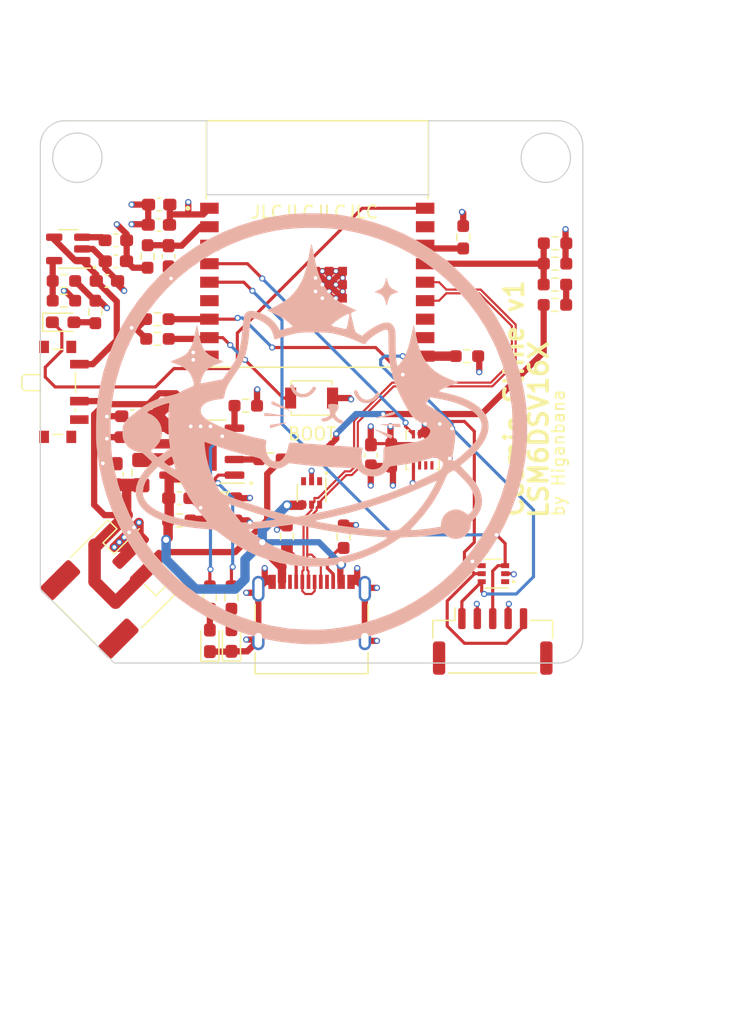
<source format=kicad_pcb>
(kicad_pcb (version 20221018) (generator pcbnew)
  (layers (0 "F.Cu" signal) (1 "In1.Cu" power) (2 "In2.Cu" power) (31 "B.Cu" signal) (34 "B.Paste" user) (35 "F.Paste" user) (36 "B.SilkS" user "B.Silkscreen") (37 "F.SilkS" user "F.Silkscreen") (38 "B.Mask" user) (39 "F.Mask" user) (44 "Edge.Cuts" user))
  (net 0 "")
  (net 1 "Net-(C1-Pad1)")
  (net 2 "GND")
  (net 3 "+5V")
  (net 4 "VCC")
  (net 5 "+3V3")
  (net 6 "Net-(U4-BAT)")
  (net 7 "+BATT")
  (net 10 "/EN")
  (net 11 "STATUS_LED")
  (net 12 "Net-(D1-A)")
  (net 13 "Net-(D2-A)")
  (net 14 "Net-(D3-A)")
  (net 15 "SCL")
  (net 16 "LSM_INT_AUX")
  (net 17 "SDA")
  (net 18 "USB_D+")
  (net 19 "USB_D-")
  (net 20 "Net-(J3-CC1)")
  (net 23 "Net-(J3-CC2)")
  (net 24 "Net-(U3-SW)")
  (net 25 "Net-(U4-SW)")
  (net 26 "CHARGING_LED")
  (net 27 "CHARGED_LED")
  (net 28 "Net-(R7-Pad1)")
  (net 29 "ADC")
  (net 30 "Net-(U4-NTC)")
  (net 31 "Net-(U4-TEST)")
  (net 32 "Net-(U4-ICHG)")
  (net 33 "Net-(U3-FB)")
  (net 34 "/BOOT")
  (net 35 "/GPIO2")
  (net 36 "LSM_INT_MAIN")
  (footprint "CosmicLSM_Footprints:SOT-363_SC-70-6" (layer "F.Cu") (at 147 95.2 -90)
    (fp_text reference "U2" hide)
    (fp_text value "SMF05CT1G" hide)
  )
  (footprint "CosmicLSM_Footprints:C_0603_1608Metric_Pad1.08x0.95mm_HandSolder" (layer "F.Cu") (at 151.8125 92.15 -90)
    (fp_text reference "C8" hide)
    (fp_text value "100n" hide)
  )
  (footprint "CosmicLSM_Footprints:R_0603_1608Metric_Pad0.98x0.95mm_HandSolder" (layer "F.Cu") (at 126.9125 78 180)
    (fp_text reference "R14" hide)
    (fp_text value "680k" hide)
  )
  (footprint "CosmicLSM_Footprints:R_0603_1608Metric_Pad0.98x0.95mm_HandSolder" (layer "F.Cu") (at 141.6625 88.125 180)
    (fp_text reference "R9" hide)
    (fp_text value "51k" hide)
  )
  (footprint "CosmicLSM_Footprints:R_0603_1608Metric_Pad0.98x0.95mm_HandSolder" (layer "F.Cu") (at 132.4125 90.675)
    (fp_text reference "R13" hide)
    (fp_text value "91k" hide)
  )
  (footprint "CosmicLSM_Footprints:JST_GH_SM05B-GHS-TB_1x05-1MP_P1.25mm_Horizontal" (layer "F.Cu") (at 161.691949 107.25)
    (fp_text reference "J2" hide)
    (fp_text value "JST GH" hide)
  )
  (footprint "CosmicLSM_Footprints:R_0603_1608Metric_Pad0.98x0.95mm_HandSolder" (layer "F.Cu") (at 149.6 98.75 -90)
    (fp_text reference "R5" hide)
    (fp_text value "5k1" hide)
  )
  (footprint "CosmicLSM_Footprints:LED_0603_1608Metric_Pad1.05x0.95mm_HandSolder" (layer "F.Cu") (at 140.5 107.175 90)
    (fp_text reference "D2" hide)
    (fp_text value "RED" hide)
  )
  (footprint "CosmicLSM_Footprints:R_0603_1608Metric_Pad0.98x0.95mm_HandSolder" (layer "F.Cu") (at 166.75 74.94 180)
    (fp_text reference "R11" hide)
    (fp_text value "150k" hide)
  )
  (footprint "CosmicLSM_Footprints:SW_SPST_B3U-1000P" (layer "F.Cu") (at 147 87.5)
    (fp_text reference "SW2" hide)
    (fp_text value "SW_SPST" hide)
  )
  (footprint "CosmicLSM_Footprints:C_0603_1608Metric_Pad1.08x0.95mm_HandSolder" (layer "F.Cu") (at 139.975 95.625)
    (fp_text reference "C4" hide)
    (fp_text value "22u" hide)
  )
  (footprint "CosmicLSM_Footprints:L_0603_1608Metric_Pad1.05x0.95mm_HandSolder" (layer "F.Cu") (at 131.125 74.7)
    (fp_text reference "L1" hide)
    (fp_text value "2u2" hide)
  )
  (footprint "CosmicLSM_Footprints:JST_PH_S2B-PH-SM4-TB_1x02-1MP_P2.00mm_Horizontal" (layer "F.Cu") (at 131.019417 102.6 -45)
    (fp_text reference "J1" hide)
    (fp_text value "BAT" hide)
  )
  (footprint "CosmicLSM_Footprints:C_0603_1608Metric_Pad1.08x0.95mm_HandSolder" (layer "F.Cu") (at 134.6125 73.45 180)
    (fp_text reference "C11" hide)
    (fp_text value "1u" hide)
  )
  (footprint "CosmicLSM_Footprints:C_0603_1608Metric_Pad1.08x0.95mm_HandSolder" (layer "F.Cu") (at 139.9875 97.425)
    (fp_text reference "C1" hide)
    (fp_text value "10u" hide)
  )
  (footprint "CosmicLSM_Footprints:USB_C_Receptacle_XKB_U262-16XN-4BVC11" (layer "F.Cu") (at 147 106.085)
    (fp_text reference "J3" hide)
    (fp_text value "USB_C_Receptacle_USB2.0" hide)
  )
  (footprint "CosmicLSM_Footprints:C_0603_1608Metric_Pad1.08x0.95mm_HandSolder" (layer "F.Cu") (at 134.6375 71.8 180)
    (fp_text reference "C10" hide)
    (fp_text value "100n" hide)
  )
  (footprint "CosmicLSM_Footprints:MODULE_ESP32-C3-WROOM-02-H4" (layer "F.Cu") (at 147.4625 75)
    (fp_text reference "U6")
    (fp_text value "ESP32-C3-WROOM-02-N4" hide)
  )
  (footprint "CosmicLSM_Footprints:C_0603_1608Metric_Pad1.08x0.95mm_HandSolder" (layer "F.Cu") (at 135.4 76 -90)
    (fp_text reference "C12" hide)
    (fp_text value "1u" hide)
  )
  (footprint "CosmicLSM_Footprints:R_0603_1608Metric_Pad0.98x0.95mm_HandSolder" (layer "F.Cu") (at 143.6625 92.475 180)
    (fp_text reference "R12" hide)
    (fp_text value "1k" hide)
  )
  (footprint "CosmicLSM_Footprints:R_0603_1608Metric_Pad0.98x0.95mm_HandSolder" (layer "F.Cu") (at 138.75 103.6875 -90)
    (fp_text reference "R3" hide)
    (fp_text value "1k" hide)
  )
  (footprint "CosmicLSM_Footprints:R_0603_1608Metric_Pad0.98x0.95mm_HandSolder" (layer "F.Cu") (at 136.275 97.425)
    (fp_text reference "R6" hide)
    (fp_text value "2r" hide)
  )
  (footprint "CosmicLSM_Footprints:C_0603_1608Metric_Pad1.08x0.95mm_HandSolder" (layer "F.Cu") (at 136.275 95.625)
    (fp_text reference "C2" hide)
    (fp_text value "10u" hide)
  )
  (footprint "CosmicLSM_Footprints:LED_0603_1608Metric_Pad1.05x0.95mm_HandSolder" (layer "F.Cu") (at 126.85 81.35)
    (fp_text reference "D1" hide)
    (fp_text value "WHITE" hide)
  )
  (footprint "CosmicLSM_Footprints:R_0603_1608Metric_Pad0.98x0.95mm_HandSolder" (layer "F.Cu") (at 145 98.75 -90)
    (fp_text reference "R4" hide)
    (fp_text value "5k1" hide)
  )
  (footprint "CosmicLSM_Footprints:C_0603_1608Metric_Pad1.08x0.95mm_HandSolder" (layer "F.Cu") (at 131.125 76.4 180)
    (fp_text reference "C5" hide)
    (fp_text value "10u" hide)
  )
  (footprint "CosmicLSM_Footprints:HSOP-8-1EP_3.9x4.9mm_P1.27mm_EP2.41x3.1mm" (layer "F.Cu") (at 138.1 91.85 180)
    (fp_text reference "U4" hide)
    (fp_text value "IP2312" hide)
  )
  (footprint "CosmicLSM_Footprints:SOT-23-5" (layer "F.Cu") (at 127.2625 75.4 180)
    (fp_text reference "U3" hide)
    (fp_text value "M3406" hide)
  )
  (footprint "CosmicLSM_Footprints:SW_SPDT_PCM12" (layer "F.Cu") (at 126.73 87 -90)
    (fp_text reference "SW1" hide)
    (fp_text value "SW_SPDT" hide)
  )
  (footprint "CosmicLSM_Footprints:Bosch_LGA-14_3x2.5mm_P0.5mm" (layer "F.Cu") (at 156.0125 91.7 -90)
    (fp_text reference "U5" hide)
    (fp_text value "LSM6DSV" hide)
  )
  (footprint "CosmicLSM_Footprints:R_0603_1608Metric_Pad0.98x0.95mm_HandSolder" (layer "F.Cu") (at 136.0625 88.075 180)
    (fp_text reference "R16" hide)
    (fp_text value "0r5" hide)
  )
  (footprint "CosmicLSM_Footprints:R_0603_1608Metric_Pad0.98x0.95mm_HandSolder" (layer "F.Cu") (at 159.6 84.1 180)
    (fp_text reference "R20" hide)
    (fp_text value "5k1" hide)
  )
  (footprint "CosmicLSM_Footprints:R_0603_1608Metric_Pad0.98x0.95mm_HandSolder" (layer "F.Cu") (at 140.5 103.6875 -90)
    (fp_text reference "R2" hide)
    (fp_text value "1k" hide)
  )
  (footprint "CosmicLSM_Footprints:SOT-363_SC-70-6" (layer "F.Cu") (at 161.75 101.75 180)
    (fp_text reference "U1" hide)
    (fp_text value "SMF05CT1G" hide)
  )
  (footprint "CosmicLSM_Footprints:R_0603_1608Metric_Pad0.98x0.95mm_HandSolder" (layer "F.Cu") (at 166.7375 79.94 180)
    (fp_text reference "R7" hide)
    (fp_text value "150k" hide)
  )
  (footprint "CosmicLSM_Footprints:R_0603_1608Metric_Pad0.98x0.95mm_HandSolder" (layer "F.Cu") (at 134.4875 81.1)
    (fp_text reference "R19" hide)
    (fp_text value "5k1" hide)
  )
  (footprint "CosmicLSM_Footprints:R_0603_1608Metric_Pad0.98x0.95mm_HandSolder" (layer "F.Cu") (at 133.7 76.0125 90)
    (fp_text reference "R21" hide)
    (fp_text value "5k1" hide)
  )
  (footprint "CosmicLSM_Footprints:L_0805_2012Metric_Pad1.15x1.40mm_HandSolder" (layer "F.Cu") (at 133.15 93.55 -90)
    (fp_text reference "L2" hide)
    (fp_text value "1uH" hide)
  )
  (footprint "CosmicLSM_Footprints:C_0603_1608Metric_Pad1.08x0.95mm_HandSolder" (layer "F.Cu") (at 153.4625 92.15 -90)
    (fp_text reference "C9" hide)
    (fp_text value "100n" hide)
  )
  (footprint "CosmicLSM_Footprints:C_0603_1608Metric_Pad1.08x0.95mm_HandSolder" (layer "F.Cu") (at 131.2 93.6875 90)
    (fp_text reference "C7" hide)
    (fp_text value "22u" hide)
  )
  (footprint "CosmicLSM_Footprints:R_0603_1608Metric_Pad0.98x0.95mm_HandSolder" (layer "F.Cu") (at 126.9125 79.6)
    (fp_text reference "R15" hide)
    (fp_text value "150k" hide)
  )
  (footprint "CosmicLSM_Footprints:R_0603_1608Metric_Pad0.98x0.95mm_HandSolder" (layer "F.Cu") (at 166.7375 78.29)
    (fp_text reference "R8" hide)
    (fp_text value "150k" hide)
  )
  (footprint "CosmicLSM_Footprints:R_0603_1608Metric_Pad0.98x0.95mm_HandSolder" (layer "F.Cu") (at 159.3 74.45 90)
    (fp_text reference "R18" hide)
    (fp_text value "5k1" hide)
  )
  (footprint "CosmicLSM_Footprints:R_0603_1608Metric_Pad0.98x0.95mm_HandSolder" (layer "F.Cu") (at 166.75 76.6 180)
    (fp_text reference "R10" hide)
    (fp_text value "150k" hide)
  )
  (footprint "CosmicLSM_Footprints:R_0603_1608Metric_Pad0.98x0.95mm_HandSolder" (layer "F.Cu") (at 134.5 82.7 180)
    (fp_text reference "R17" hide)
    (fp_text value "5k1" hide)
  )
  (footprint "CosmicLSM_Footprints:LED_0603_1608Metric_Pad1.05x0.95mm_HandSolder" (layer "F.Cu") (at 138.75 107.2 90)
    (fp_text reference "D3" hide)
    (fp_text value "GREEN" hide)
  )
  (footprint "CosmicLSM_Footprints:C_0603_1608Metric_Pad1.08x0.95mm_HandSolder" (layer "F.Cu") (at 130.4 78)
    (fp_text reference "C3" hide)
    (fp_text value "4u7" hide)
  )
  (footprint "CosmicLSM_Footprints:R_0603_1608Metric_Pad0.98x0.95mm_HandSolder" (layer "F.Cu") (at 129.4625 80.5125 -90)
    (fp_text reference "R1" hide)
    (fp_text value "1k" hide)
  )
  (footprint "CosmicLSM_Footprints:C_0603_1608Metric_Pad1.08x0.95mm_HandSolder" (layer "F.Cu") (at 132.4625 88.975 180)
    (fp_text reference "C6" hide)
    (fp_text value "22u" hide)
  )
  (footprint "CosmicLSM_Footprints:LunaFP" (layer "B.Cu") (at 147.035469 89.970539 180)
    (fp_text reference "G***" hide)
    (fp_text value "LOGO" hide)
  )
  (gr_circle (center 157.4 89.1) (end 157.5 89.1) (stroke (width 0.1)) (fill solid) (layer "F.SilkS"))
  (gr_circle (center 129.4 76.9) (end 129.5 76.9) (stroke (width 0.1)) (fill solid) (layer "F.SilkS"))
  (gr_circle (center 142.1 94.4) (end 142.2 94.4) (stroke (width 0.1)) (fill solid) (layer "F.SilkS"))
  (gr_circle (center 163.4 102.4) (end 163.5 102.4) (stroke (width 0.1)) (fill solid) (layer "F.SilkS"))
  (gr_circle (center 148.2 93.6) (end 148.3 93.6) (stroke (width 0.1)) (fill solid) (layer "F.SilkS"))
  (gr_line (start 156.5 71) (end 156.5 65) (stroke (width 0.1)) (layer "Edge.Cuts"))
  (gr_line (start 131 109) (end 125 103) (stroke (width 0.1)) (layer "Edge.Cuts"))
  (gr_circle (center 128 68) (end 129.6 69.2) (stroke (width 0.1)) (fill none) (layer "Edge.Cuts"))
  (gr_line (start 127 65) (end 138.5 65) (stroke (width 0.1)) (layer "Edge.Cuts"))
  (gr_line (start 156.5 65) (end 167 65) (stroke (width 0.1)) (layer "Edge.Cuts"))
  (gr_line (start 138.5 65) (end 138.5 71) (stroke (width 0.1)) (layer "Edge.Cuts"))
  (gr_circle (center 166 68) (end 167.6 69.2) (stroke (width 0.1)) (fill none) (layer "Edge.Cuts"))
  (gr_line (start 167 109) (end 131 109) (stroke (width 0.1)) (layer "Edge.Cuts"))
  (gr_line (start 169 67) (end 169 107) (stroke (width 0.1)) (layer "Edge.Cuts"))
  (gr_arc (start 125 67) (mid 125.585786 65.585786) (end 127 65) (stroke (width 0.1)) (layer "Edge.Cuts"))
  (gr_arc (start 169 107) (mid 168.414214 108.414214) (end 167 109) (stroke (width 0.1)) (layer "Edge.Cuts"))
  (gr_line (start 125 103) (end 125 67) (stroke (width 0.1)) (layer "Edge.Cuts"))
  (gr_arc (start 167 65) (mid 168.414214 65.585786) (end 169 67) (stroke (width 0.1)) (layer "Edge.Cuts"))
  (gr_line (start 138.5 71) (end 156.5 71) (stroke (width 0.1)) (layer "Edge.Cuts"))
  (gr_text "by Higanbana" (at 167.6 97.2 90) (layer "F.SilkS") (effects (font (size 1 1)) (justify left bottom)))
  (gr_text "X" (at 139.4 96.2) (layer "F.SilkS") (effects (font (size 1 1)) (justify left bottom)))
  (gr_text "LSM6DSV16X" (at 166.3 97.4 90) (layer "F.SilkS") (effects (font (size 1.5 1.5) (thickness 0.3) bold) (justify left bottom)))
  (gr_text "BOOT" (at 145 91) (layer "F.SilkS") (effects (font (size 1 1)) (justify left bottom)))
  (gr_text "Cosmic Slime v1" (at 164.3 97.3 90) (layer "F.SilkS") (effects (font (size 1.5 1.5) (thickness 0.3) bold) (justify left bottom)))
  (gr_text "JLCJLCJLCJLC" (at 142 73) (layer "F.SilkS") (effects (font (size 1 1)) (justify left bottom)))
  (segment (start 137.1875 97.425) (end 139.125 97.425) (width 0.762) (layer "F.Cu") (net 1))
  (segment (start 151.4 102.9) (end 151.32 102.98) (width 0.508) (layer "F.Cu") (net 2))
  (segment (start 138 89.8) (end 138 91.75) (width 0.508) (layer "F.Cu") (net 2))
  (segment (start 131.649926 99.2) (end 132.327565 99.877639) (width 0.762) (layer "F.Cu") (net 2))
  (segment (start 140.8375 95.625) (end 141.975 95.625) (width 0.508) (layer "F.Cu") (net 2))
  (segment (start 156.2 90.375) (end 156.2625 90.4375) (width 0.508) (layer "F.Cu") (net 2))
  (segment (start 132.6 99.605204) (end 132.327565 99.877639) (width 0.762) (layer "F.Cu") (net 2))
  (segment (start 137.225 95.625) (end 138 96.4) (width 0.508) (layer "F.Cu") (net 2))
  (segment (start 152.3 102.9) (end 151.4 102.9) (width 0.508) (layer "F.Cu") (net 2))
  (segment (start 147.3225 77.2) (end 149.5225 77.2) (width 0.508) (layer "F.Cu") (net 2))
  (segment (start 141.975 95.625) (end 142 95.6) (width 0.508) (layer "F.Cu") (net 2))
  (segment (start 155 92.2) (end 154.275 92.2) (width 0.254) (layer "F.Cu") (net 2))
  (segment (start 149.5225 77.2) (end 147.3225 79.4) (width 0.508) (layer "F.Cu") (net 2))
  (segment (start 153.6 94.6) (end 153.6 93.15) (width 0.508) (layer "F.Cu") (net 2))
  (segment (start 142.575 88.125) (end 142.575 86.825) (width 0.508) (layer "F.Cu") (net 2))
  (segment (start 130.2625 77) (end 131.2625 78) (width 0.508) (layer "F.Cu") (net 2))
  (segment (start 131.6 88.975) (end 130.425 88.975) (width 0.508) (layer "F.Cu") (net 2))
  (segment (start 143.2 101.965) (end 143.65 102.415) (width 0.508) (layer "F.Cu") (net 2))
  (segment (start 141.7 107.1) (end 142.62 107.1) (width 0.508) (layer "F.Cu") (net 2))
  (segment (start 133.7 73.4) (end 133.75 73.45) (width 0.508) (layer "F.Cu") (net 2))
  (segment (start 162.7 101.75) (end 163.35 101.75) (width 0.254) (layer "F.Cu") (net 2))
  (segment (start 137.2 89.8) (end 138.8 89.8) (width 0.508) (layer "F.Cu") (net 2))
  (segment (start 138.8 91.15) (end 138.1 91.85) (width 0.508) (layer "F.Cu") (net 2))
  (segment (start 137.7 84.1) (end 137.4 83.8) (width 0.762) (layer "F.Cu") (net 2))
  (segment (start 133.75 73.45) (end 133.75 71.825) (width 0.508) (layer "F.Cu") (net 2))
  (segment (start 135.4 77.6) (end 135.6 77.8) (width 0.508) (layer "F.Cu") (net 2))
  (segment (start 133 97.6) (end 133 99.205204) (width 0.762) (layer "F.Cu") (net 2))
  (segment (start 145 97.8375) (end 144.537712 97.8375) (width 0.381) (layer "F.Cu") (net 2))
  (segment (start 143.65 102.415) (end 143.245 102.415) (width 0.508) (layer "F.Cu") (net 2))
  (segment (start 150.755 102.415) (end 151.32 102.98) (width 0.508) (layer "F.Cu") (net 2))
  (segment (start 138 91.75) (end 138.1 91.85) (width 0.508) (layer "F.Cu") (net 2))
  (segment (start 160.441949 105.455402) (end 160.441949 104.241949) (width 0.254) (layer "F.Cu") (net 2))
  (segment (start 131 99.6) (end 132.049926 99.6) (width 0.762) (layer "F.Cu") (net 2))
  (segment (start 151.8125 93.0125) (end 153.4625 93.0125) (width 0.508) (layer "F.Cu") (net 2))
  (segment (start 142.36 103.3) (end 142.68 102.98) (width 0.508) (layer "F.Cu") (net 2))
  (segment (start 160.441949 104.241949) (end 160.4 104.2) (width 0.254) (layer "F.Cu") (net 2))
  (segment (start 151.8 93.025) (end 151.8125 93.0125) (width 0.508) (layer "F.Cu") (net 2))
  (segment (start 131.2625 78) (end 131.2625 78.2625) (width 0.508) (layer "F.Cu") (net 2))
  (segment (start 154.275 92.2) (end 153.4625 93.0125) (width 0.254) (layer "F.Cu") (net 2))
  (segment (start 130.2625 76.4) (end 130.2625 77) (width 0.508) (layer "F.Cu") (net 2))
  (segment (start 137.2 90.95) (end 138.1 91.85) (width 0.508) (layer "F.Cu") (net 2))
  (segment (start 138.8 89.8) (end 138.8 90.2) (width 0.508) (layer "F.Cu") (net 2))
  (segment (start 131.8 99.350074) (end 132.327565 99.877639) (width 0.762) (layer "F.Cu") (net 2))
  (segment (start 150.7 102.065) (end 150.35 102.415) (width 0.508) (layer "F.Cu") (net 2))
  (segment (start 155 92.2) (end 155 91.7) (width 0.254) (layer "F.Cu") (net 2))
  (segment (start 135.4 76.8625) (end 135.4 77.6) (width 0.508) (layer "F.Cu") (net 2))
  (segment (start 128.4 75.4) (end 129.2625 75.4) (width 0.508) (layer "F.Cu") (net 2))
  (segment (start 147.3225 78.3) (end 149.5225 78.3) (width 0.508) (layer "F.Cu") (net 2))
  (segment (start 167.6 76.5375) (end 167.6625 76.6) (width 0.508) (layer "F.Cu") (net 2))
  (segment (start 150.1 87.5) (end 150.2 87.6) (width 0.508) (layer "F.Cu") (net 2))
  (segment (start 142.62 107.1) (end 142.68 107.16) (width 0.508) (layer "F.Cu") (net 2))
  (segment (start 140.5 108.05) (end 141.79 108.05) (width 0.508) (layer "F.Cu") (net 2))
  (segment (start 140.85 97.425) (end 141.825 97.425) (width 0.508) (layer "F.Cu") (net 2))
  (segment (start 129.2625 75.4) (end 130.2625 76.4) (width 0.508) (layer "F.Cu") (net 2))
  (segment (start 132.049926 99.6) (end 132.327565 99.877639) (width 0.762) (layer "F.Cu") (net 2))
  (segment (start 151.36 107.2) (end 151.32 107.16) (width 0.508) (layer "F.Cu") (net 2))
  (segment (start 137.2 90.2) (end 137.2 90.95) (width 0.508) (layer "F.Cu") (net 2))
  (segment (start 149.5225 79.4) (end 147.3225 79.4) (width 0.508) (layer "F.Cu") (net 2))
  (segment (start 151.32 107.16) (end 151.32 102.98) (width 0.508) (layer "F.Cu") (net 2))
  (segment (start 132.4 73.4) (end 133.7 73.4) (width 0.508) (layer "F.Cu") (net 2))
  (segment (start 167.6 73.8) (end 167.6 76.5375) (width 0.508) (layer "F.Cu") (net 2))
  (segment (start 149.6 97.8375) (end 150.5625 97.8375) (width 0.508) (layer "F.Cu") (net 2))
  (segment (start 132.2 98.4) (end 132.2 99.750074) (width 0.762) (layer "F.Cu") (net 2))
  (segment (start 156.2 89.6) (end 156.2 90.375) (width 0.508) (layer "F.Cu") (net 2))
  (segment (start 130.525 90.675) (end 130.4 90.8) (width 0.508) (layer "F.Cu") (net 2))
  (segment (start 133.75 71.825) (end 133.775 71.8) (width 0.508) (layer "F.Cu") (net 2))
  (segment (start 147.3225 77.2) (end 149.5225 79.4) (width 0.508) (layer "F.Cu") (net 2))
  (segment (start 131.5 90.675) (end 130.525 90.675) (width 0.508) (layer "F.Cu") (net 2))
  (segment (start 130.097 92.825) (end 130.072 92.8) (width 0.508) (layer "F.Cu") (net 2))
  (segment (start 138.8 90.2) (end 137.2 90.2) (width 0.508) (layer "F.Cu") (net 2))
  (segment (start 156.2625 90.4375) (end 155.8435 90.4375) (width 0.508) (layer "F.Cu") (net 2))
  (segment (start 151.8 94.6) (end 151.8 93.025) (width 0.508) (layer "F.Cu") (net 2))
  (segment (start 141.79 108.05) (end 142.68 107.16) (width 0.508) (layer "F.Cu") (net 2))
  (segment (start 144.537712 97.8375) (end 144.187642 98.18757) (width 0.381) (layer "F.Cu") (net 2))
  (segment (start 142.68 107.16) (end 142.68 102.98) (width 0.508) (layer "F.Cu") (net 2))
  (segment (start 131.2 92.825) (end 130.097 92.825) (width 0.508) (layer "F.Cu") (net 2))
  (segment (start 132.4 71.8) (end 133.775 71.8) (width 0.508) (layer "F.Cu") (net 2))
  (segment (start 156.2 89.875) (end 156.7625 90.4375) (width 0.508) (layer "F.Cu") (net 2))
  (segment (start 150.7 101.3) (end 150.7 102.065) (width 0.508) (layer "F.Cu") (net 2))
  (segment (start 137.1375 95.625) (end 137.225 95.625) (width 0.508) (layer "F.Cu") (net 2))
  (segment (start 156.2 89.6) (end 156.2 90) (width 0.508) (layer "F.Cu") (net 2))
  (segment (start 127.025 78.8) (end 127.825 79.6) (width 0.508) (layer "F.Cu") (net 2))
  (segment (start 153.6 93.15) (end 153.4625 93.0125) (width 0.508) (layer "F.Cu") (net 2))
  (segment (start 131.8 98.8) (end 131.8 99.350074) (width 0.762) (layer "F.Cu") (net 2))
  (segment (start 149.5225 77.2) (end 149.5225 79.4) (width 0.508) (layer "F.Cu") (net 2))
  (segment (start 131.4 99.2) (end 131.649926 99.2) (width 0.762) (layer "F.Cu") (net 2))
  (segment (start 148.4225 77.2) (end 148.4225 79.4) (width 0.508) (layer "F.Cu") (net 2))
  (segment (start 126.9125 78.8) (end 127.025 78.8) (width 0.508) (layer "F.Cu") (net 2))
  (segment (start 152.3 107.2) (end 151.36 107.2) (width 0.508) (layer "F.Cu") (net 2))
  (segment (start 137.2 89.8) (end 137.2 90.2) (width 0.508) (layer "F.Cu") (net 2))
  (segment (start 132.2 99.750074) (end 132.327565 99.877639) (width 0.762) (layer "F.Cu") (net 2))
  (segment (start 131 99.6) (end 133 97.6) (width 0.762) (layer "F.Cu") (net 2))
  (segment (start 142.575 86.825) (end 142.6 86.8) (width 0.508) (layer "F.Cu") (net 2))
  (segment (start 150.35 102.415) (end 150.755 102.415) (width 0.508) (layer "F.Cu") (net 2))
  (segment (start 156.2625 90.4375) (end 156.7625 90.4375) (width 0.508) (layer "F.Cu") (net 2))
  (segment (start 138.8 90.2) (end 138.8 91.15) (width 0.508) (layer "F.Cu") (net 2))
  (segment (start 156.2 89.6) (end 156.2 89.875) (width 0.508) (layer "F.Cu") (net 2))
  (segment (start 143.245 102.415) (end 142.68 102.98) (width 0.508) (layer "F.Cu") (net 2))
  (segment (start 143.2 101.3) (end 143.2 101.965) (width 0.508) (layer "F.Cu") (net 2))
  (segment (start 156.2 90) (end 155.8415 90.3585) (width 0.508) (layer "F.Cu") (net 2))
  (segment (start 150.5625 97.8375) (end 150.6 97.8) (width 0.508) (layer "F.Cu") (net 2))
  (segment (start 138.75 108.075) (end 140.475 108.075) (width 0.508) (layer "F.Cu") (net 2))
  (segment (start 133 99.205204) (end 132.327565 99.877639) (width 0.762) (layer "F.Cu") (net 2))
  (segment (start 147 94.25) (end 147 93.4) (width 0.381) (layer "F.Cu") (net 2))
  (segment (start 163.35 101.75) (end 163.4 101.8) (width 0.254) (layer "F.Cu") (net 2))
  (segment (start 132.6 98) (end 132.6 99.605204) (width 0.762) (layer "F.Cu") (net 2))
  (segment (start 147.3225 79.4) (end 147.3225 77.2) (width 0.508) (layer "F.Cu") (net 2))
  (segment (start 137.7 84.1) (end 137.4 84.4) (width 0.762) (layer "F.Cu") (net 2))
  (segment (start 138.7125 84.1) (end 137.7 84.1) (width 0.762) (layer "F.Cu") (net 2))
  (segment (start 131.2625 78.2625) (end 131.8 78.8) (width 0.508) (layer "F.Cu") (net 2))
  (segment (start 140.475 108.075) (end 140.5 108.05) (width 0.508) (layer "F.Cu") (net 2))
  (segment (start 148.7 87.5) (end 150.1 87.5) (width 0.508) (layer "F.Cu") (net 2))
  (segment (start 141.825 97.425) (end 142 97.6) (width 0.508) (layer "F.Cu") (net 2))
  (segment (start 141.7 103.3) (end 142.36 103.3) (width 0.508) (layer "F.Cu") (net 2))
  (segment (start 130.425 88.975) (end 130.4 89) (width 0.508) (layer "F.Cu") (net 2))
  (via (at 151.8 94.6) (size 0.5) (drill 0.3) (layers "F.Cu" "B.Cu") (net 2))
  (via (at 153.6 94.6) (size 0.5) (drill 0.3) (layers "F.Cu" "B.Cu") (net 2))
  (via (at 130.4 90.8) (size 0.5) (drill 0.3) (layers "F.Cu" "B.Cu") (net 2))
  (via (at 132.4 73.4) (size 0.5) (drill 0.3) (layers "F.Cu" "B.Cu") (net 2))
  (via (at 131 99.6) (size 0.5) (drill 0.3) (layers "F.Cu" "B.Cu") (net 2))
  (via (at 138 96.4) (size 0.5) (drill 0.3) (layers "F.Cu" "B.Cu") (net 2))
  (via (at 130.072 92.8) (size 0.5) (drill 0.3) (layers "F.Cu" "B.Cu") (net 2))
  (via (at 152.3 102.9) (size 0.5) (drill 0.3) (layers "F.Cu" "B.Cu") (net 2))
  (via (at 142 95.6) (size 0.5) (drill 0.3) (layers "F.Cu" "B.Cu") (net 2))
  (via (at 167.6 73.8) (size 0.5) (drill 0.3) (layers "F.Cu" "B.Cu") (net 2))
  (via (at 141.7 107.1) (size 0.5) (drill 0.3) (layers "F.Cu" "B.Cu") (net 2))
  (via (at 147 93.4) (size 0.5) (drill 0.3) (layers "F.Cu" "B.Cu") (net 2))
  (via (at 130.4 89) (size 0.5) (drill 0.3) (layers "F.Cu" "B.Cu") (net 2))
  (via (at 138.8 89.8) (size 0.5) (drill 0.3) (layers "F.Cu" "B.Cu") (net 2))
  (via (at 132.6 98) (size 0.5) (drill 0.3) (layers "F.Cu" "B.Cu") (net 2))
  (via (at 156.2 89.6) (size 0.5) (drill 0.3) (layers "F.Cu" "B.Cu") (net 2))
  (via (at 142 97.6) (size 0.5) (drill 0.3) (layers "F.Cu" "B.Cu") (net 2))
  (via (at 150.2 87.6) (size 0.5) (drill 0.3) (layers "F.Cu" "B.Cu") (net 2))
  (via (at 152.3 107.2) (size 0.5) (drill 0.3) (layers "F.Cu" "B.Cu") (net 2))
  (via (at 131.8 78.8) (size 0.5) (drill 0.3) (layers "F.Cu" "B.Cu") (net 2))
  (via (at 137.4 83.8) (size 0.5) (drill 0.3) (layers "F.Cu" "B.Cu") (net 2))
  (via (at 132.2 98.4) (size 0.5) (drill 0.3) (layers "F.Cu" "B.Cu") (net 2))
  (via (at 126.9125 78.8) (size 0.5) (drill 0.3) (layers "F.Cu" "B.Cu") (net 2))
  (via (at 141.7 103.3) (size 0.5) (drill 0.3) (layers "F.Cu" "B.Cu") (net 2))
  (via (at 135.6 77.8) (size 0.5) (drill 0.3) (layers "F.Cu" "B.Cu") (net 2))
  (via (at 150.6 97.8) (size 0.5) (drill 0.3) (layers "F.Cu" "B.Cu") (net 2))
  (via (at 131.4 99.2) (size 0.5) (drill 0.3) (layers "F.Cu" "B.Cu") (net 2))
  (via (at 137.2 89.8) (size 0.5) (drill 0.3) (layers "F.Cu" "B.Cu") (net 2))
  (via (at 143.2 101.3) (size 0.5) (drill 0.3) (layers "F.Cu" "B.Cu") (net 2))
  (via (at 163.4 101.8) (size 0.5) (drill 0.3) (layers "F.Cu" "B.Cu") (net 2))
  (via (at 150.7 101.3) (size 0.5) (drill 0.3) (layers "F.Cu" "B.Cu") (net 2))
  (via (at 133 97.6) (size 0.5) (drill 0.3) (layers "F.Cu" "B.Cu") (net 2))
  (via (at 144.187642 98.18757) (size 0.5) (drill 0.3) (layers "F.Cu" "B.Cu") (net 2))
  (via (at 132.4 71.8) (size 0.5) (drill 0.3) (layers "F.Cu" "B.Cu") (net 2))
  (via (at 142.6 86.8) (size 0.5) (drill 0.3) (layers "F.Cu" "B.Cu") (net 2))
  (via (at 138 89.8) (size 0.5) (drill 0.3) (layers "F.Cu" "B.Cu") (net 2))
  (via (at 137.4 84.4) (size 0.5) (drill 0.3) (layers "F.Cu" "B.Cu") (net 2))
  (via (at 131.8 98.8) (size 0.5) (drill 0.3) (layers "F.Cu" "B.Cu") (net 2))
  (via (at 160.4 104.2) (size 0.5) (drill 0.3) (layers "F.Cu" "B.Cu") (net 2))
  (segment (start 144.45 102.415) (end 144.45 101.05) (width 0.381) (layer "F.Cu") (net 3))
  (segment (start 144.6 101.2) (end 144.75 101.35) (width 0.381) (layer "F.Cu") (net 3))
  (segment (start 135.676 93.981) (end 137.4685 93.981) (width 0.762) (layer "F.Cu") (net 3))
  (segment (start 135.45 93.755) (end 135.676 93.981) (width 0.762) (layer "F.Cu") (net 3))
  (segment (start 149.331 101.069308) (end 149.400154 101.000154) (width 0.508) (layer "F.Cu") (net 3))
  (segment (start 149.331 102.415) (end 149.331 101.069308) (width 0.508) (layer "F.Cu") (net 3))
  (segment (start 135.45 97.3375) (end 135.3625 97.425) (width 0.762) (layer "F.Cu") (net 3))
  (segment (start 135.45 93.755) (end 135.45 97.3375) (width 0.762) (layer "F.Cu") (net 3))
  (segment (start 146.169 96.2) (end 144.999978 96.2) (width 0.762) (layer "F.Cu") (net 3))
  (segment (start 143 99.6) (end 143 99.2) (width 0.762) (layer "F.Cu") (net 3))
  (segment (start 135.3625 98.8375) (end 135.3625 97.425) (width 0.762) (layer "F.Cu") (net 3))
  (segment (start 135.2 99) (end 135.3625 98.8375) (width 0.762) (layer "F.Cu") (net 3))
  (segment (start 144.75 101.35) (end 144.75 102.415) (width 0.381) (layer "F.Cu") (net 3))
  (segment (start 144.45 101.05) (end 144.6 101.2) (width 0.381) (layer "F.Cu") (net 3))
  (segment (start 149.25 102.415) (end 149.55 102.415) (width 0.254) (layer "F.Cu") (net 3))
  (segment (start 137.4685 93.981) (end 139.1125 95.625) (width 0.762) (layer "F.Cu") (net 3))
  (segment (start 144.6 101.2) (end 143 99.6) (width 0.762) (layer "F.Cu") (net 3))
  (segment (start 146.219 96.15) (end 146.169 96.2) (width 0.762) (layer "F.Cu") (net 3))
  (via (at 143 99.2) (size 0.8) (drill 0.5) (layers "F.Cu" "B.Cu") (net 3))
  (via (at 149.400154 101.000154) (size 0.8) (drill 0.5) (layers "F.Cu" "B.Cu") (net 3))
  (via (at 144.999978 96.2) (size 0.8) (drill 0.5) (layers "F.Cu" "B.Cu") (net 3))
  (via (at 135.2 99) (size 0.8) (drill 0.5) (layers "F.Cu" "B.Cu") (net 3))
  (segment (start 137.6 103) (end 135.2 100.6) (width 0.762) (layer "B.Cu") (net 3))
  (segment (start 143 98.199978) (end 144.999978 96.2) (width 0.762) (layer "B.Cu") (net 3))
  (segment (start 143 99.2) (end 147.6 99.2) (width 0.508) (layer "B.Cu") (net 3))
  (segment (start 135.2 100.6) (end 135.2 99) (width 0.762) (layer "B.Cu") (net 3))
  (segment (start 141.6 102.2) (end 140.8 103) (width 0.762) (layer "B.Cu") (net 3))
  (segment (start 143 99.2) (end 143 98.199978) (width 0.762) (layer "B.Cu") (net 3))
  (segment (start 140.8 103) (end 137.6 103) (width 0.762) (layer "B.Cu") (net 3))
  (segment (start 143 99.2) (end 141.6 100.6) (width 0.762) (layer "B.Cu") (net 3))
  (segment (start 141.6 100.6) (end 141.6 102.2) (width 0.762) (layer "B.Cu") (net 3))
  (segment (start 147.6 99.2) (end 149.400154 101.000154) (width 0.508) (layer "B.Cu") (net 3))
  (segment (start 131.2 79.6625) (end 129.5375 78) (width 0.508) (layer "F.Cu") (net 4))
  (segment (start 129.5375 78) (end 129.5375 77.4875) (width 0.508) (layer "F.Cu") (net 4))
  (segment (start 127.833315 76.35) (end 126.125 74.641685) (width 0.508) (layer "F.Cu") (net 4))
  (segment (start 129.5375 77.4875) (end 128.4 76.35) (width 0.508) (layer "F.Cu") (net 4))
  (segment (start 128.4 76.35) (end 127.833315 76.35) (width 0.508) (layer "F.Cu") (net 4))
  (segment (start 128.16 84.75) (end 129.25 84.75) (width 0.508) (layer "F.Cu") (net 4))
  (segment (start 126.125 74.641685) (end 126.125 74.45) (width 0.508) (layer "F.Cu") (net 4))
  (segment (start 131.2 82.8) (end 131.2 79.6625) (width 0.508) (layer "F.Cu") (net 4))
  (segment (start 129.25 84.75) (end 131.2 82.8) (width 0.508) (layer "F.Cu") (net 4))
  (segment (start 160.6 84.1875) (end 160.5125 84.1) (width 0.508) (layer "F.Cu") (net 5))
  (segment (start 151.8 91.275) (end 151.8125 91.2875) (width 0.508) (layer "F.Cu") (net 5))
  (segment (start 137 72.6) (end 138.2125 72.6) (width 0.508) (layer "F.Cu") (net 5))
  (segment (start 135.5 72.6) (end 137 72.6) (width 0.508) (layer "F.Cu") (net 5))
  (segment (start 162.941949 104.258051) (end 163 104.2) (width 0.254) (layer "F.Cu") (net 5))
  (segment (start 132 74.7) (end 132 74.2) (width 0.508) (layer "F.Cu") (net 5))
  (segment (start 132.5125 76.925) (end 131.9875 76.4) (width 0.508) (layer "F.Cu") (net 5))
  (segment (start 162.941949 105.455402) (end 162.941949 104.258051) (width 0.254) (layer "F.Cu") (net 5))
  (segment (start 157.025 92.2) (end 158 92.2) (width 0.254) (layer "F.Cu") (net 5))
  (segment (start 155.2625 94.3375) (end 155.2 94.4) (width 0.254) (layer "F.Cu") (net 5))
  (segment (start 155.2625 92.9625) (end 155.2625 94.3375) (width 0.254) (layer "F.Cu") (net 5))
  (segment (start 135.5 73.425) (end 135.475 73.45) (width 0.508) (layer "F.Cu") (net 5))
  (segment (start 153.4 91.225) (end 153.4625 91.2875) (width 0.508) (layer "F.Cu") (net 5))
  (segment (start 160.387002 101.1) (end 160.043501 100.756499) (width 0.254) (layer "F.Cu") (net 5))
  (segment (start 133.7 76.925) (end 132.5125 76.925) (width 0.508) (layer "F.Cu") (net 5))
  (segment (start 153.4 89.8) (end 153.4 91.225) (width 0.508) (layer "F.Cu") (net 5))
  (segment (start 132 74.7) (end 132 76.3875) (width 0.508) (layer "F.Cu") (net 5))
  (segment (start 132.4 81.8) (end 132.6875 81.8) (width 0.508) (layer "F.Cu") (net 5))
  (segment (start 135.5 72.6) (end 135.5 73.425) (width 0.508) (layer "F.Cu") (net 5))
  (segment (start 159.3 72.5) (end 159.2 72.4) (width 0.508) (layer "F.Cu") (net 5))
  (segment (start 132 74.2) (end 131.2 73.4) (width 0.508) (layer "F.Cu") (net 5))
  (segment (start 129.4625 79.6) (end 129.8 79.6) (width 0.508) (layer "F.Cu") (net 5))
  (segment (start 137 72.6) (end 137 71.6) (width 0.508) (layer "F.Cu") (net 5))
  (segment (start 132.6875 81.8) (end 133.5875 82.7) (width 0.508) (layer "F.Cu") (net 5))
  (segment (start 158 92.2) (end 158.2 92.4) (width 0.254) (layer "F.Cu") (net 5))
  (segment (start 160.8 101.1) (end 160.387002 101.1) (width 0.254) (layer "F.Cu") (net 5))
  (segment (start 129.8 79.6) (end 130.4 80.2) (width 0.508) (layer "F.Cu") (net 5))
  (segment (start 132 76.3875) (end 131.9875 76.4) (width 0.508) (layer "F.Cu") (net 5))
  (segment (start 129.4625 79.6) (end 129.425 79.6) (width 0.508) (layer "F.Cu") (net 5))
  (segment (start 160.6 85.4) (end 160.6 84.1875) (width 0.508) (layer "F.Cu") (net 5))
  (segment (start 132.875 81.8) (end 133.575 81.1) (width 0.508) (layer "F.Cu") (net 5))
  (segment (start 155 91.2) (end 151.9 91.2) (width 0.254) (layer "F.Cu") (net 5))
  (segment (start 138.2125 72.6) (end 138.7125 72.1) (width 0.508) (layer "F.Cu") (net 5))
  (segment (start 159.3 73.5375) (end 159.3 72.5) (width 0.508) (layer "F.Cu") (net 5))
  (segment (start 129.425 79.6) (end 127.825 78) (width 0.508) (layer "F.Cu") (net 5))
  (segment (start 151.8 89.8) (end 151.8 91.275) (width 0.508) (layer "F.Cu") (net 5))
  (segment (start 151.9 91.2) (end 151.8125 91.2875) (width 0.254) (layer "F.Cu") (net 5))
  (segment (start 135.5 71.8) (end 135.5 72.6) (width 0.508) (layer "F.Cu") (net 5))
  (segment (start 132.4 81.8) (end 132.875 81.8) (width 0.508) (layer "F.Cu") (net 5))
  (via (at 160.6 85.4) (size 0.5) (drill 0.3) (layers "F.Cu" "B.Cu") (net 5))
  (via (at 137 71.6) (size 0.5) (drill 0.3) (layers "F.Cu" "B.Cu") (net 5))
  (via (at 131.2 73.4) (size 0.5) (drill 0.3) (layers "F.Cu" "B.Cu") (net 5))
  (via (at 155.2 94.4) (size 0.5) (drill 0.3) (layers "F.Cu" "B.Cu") (net 5))
  (via (at 160.043501 100.756499) (size 0.5) (drill 0.3) (layers "F.Cu" "B.Cu") (net 5))
  (via (at 158.2 92.4) (size 0.5) (drill 0.3) (layers "F.Cu" "B.Cu") (net 5))
  (via (at 132.4 81.8) (size 0.5) (drill 0.3) (layers "F.Cu" "B.Cu") (net 5))
  (via (at 159.2 72.4) (size 0.5) (drill 0.3) (layers "F.Cu" "B.Cu") (net 5))
  (via (at 130.4 80.2) (size 0.5) (drill 0.3) (layers "F.Cu" "B.Cu") (net 5))
  (via (at 163 104.2) (size 0.5) (drill 0.3) (layers "F.Cu" "B.Cu") (net 5))
  (via (at 151.8 89.8) (size 0.5) (drill 0.3) (layers "F.Cu" "B.Cu") (net 5))
  (via (at 153.4 89.8) (size 0.5) (drill 0.3) (layers "F.Cu" "B.Cu") (net 5))
  (segment (start 133.325 88.975) (end 134.48 88.975) (width 1.016) (layer "F.Cu") (net 6))
  (segment (start 134.25 88.975) (end 135.15 88.075) (width 1.016) (layer "F.Cu") (net 6))
  (segment (start 134.48 88.975) (end 135.15 88.305) (width 0.762) (layer "F.Cu") (net 6))
  (segment (start 134.48 88.975) (end 135.45 89.945) (width 1.016) (layer "F.Cu") (net 6))
  (segment (start 135.45 89.945) (end 135.22 89.945) (width 0.508) (layer "F.Cu") (net 6))
  (segment (start 135.15 88.305) (end 135.15 88.075) (width 0.762) (layer "F.Cu") (net 6))
  (segment (start 133.325 88.975) (end 134.25 88.975) (width 1.016) (layer "F.Cu") (net 6))
  (segment (start 134.646571 87.113) (end 133.759571 88) (width 0.508) (layer "F.Cu") (net 7))
  (segment (start 136.975 88.075) (end 136.013 87.113) (width 0.508) (layer "F.Cu") (net 7))
  (segment (start 129.4 102.4) (end 131.1 104.1) (width 1.016) (layer "F.Cu") (net 7))
  (segment (start 143.4 97.398736) (end 140.798736 100) (width 0.508) (layer "F.Cu") (net 7))
  (segment (start 132 94.55) (end 132 97) (width 0.762) (layer "F.Cu") (net 7))
  (segment (start 160.8 88.8) (end 165.825 83.775) (width 0.508) (layer "F.Cu") (net 7))
  (segment (start 131.2 94.55) (end 133.125 94.55) (width 1.016) (layer "F.Cu") (net 7))
  (segment (start 144.575 92.475) (end 147.325 92.475) (width 0.508) (layer "F.Cu") (net 7))
  (segment (start 132 94.55) (end 133.125 94.55) (width 0.762) (layer "F.Cu") (net 7))
  (segment (start 131.2 94.55) (end 132 94.55) (width 0.762) (layer "F.Cu") (net 7))
  (segment (start 140.798736 100) (end 135.214213 100) (width 0.508) (layer "F.Cu") (net 7))
  (segment (start 147.325 92.475) (end 149 90.8) (width 0.508) (layer "F.Cu") (net 7))
  (segment (start 133.759571 88) (end 130.2 88) (width 0.508) (layer "F.Cu") (net 7))
  (segment (start 152.8 88.8) (end 160.8 88.8) (width 0.508) (layer "F.Cu") (net 7))
  (segment (start 129.6 99.4) (end 129.4 99.4) (width 1.016) (layer "F.Cu") (net 7))
  (segment (start 130.2 88) (end 129.364 88.836) (width 0.508) (layer "F.Cu") (net 7))
  (segment (start 149 90.8) (end 149 90.4) (width 0.508) (layer "F.Cu") (net 7))
  (segment (start 128.16 87.75) (end 129.95 87.75) (width 0.508) (layer "F.Cu") (net 7))
  (segment (start 144.575 92.475) (end 143.4 93.65) (width 0.508) (layer "F.Cu") (net 7))
  (segment (start 129.364 88.836) (end 129.364 96.164) (width 0.508) (layer "F.Cu") (net 7))
  (segment (start 143.4 93.65) (end 143.4 97.398736) (width 0.508) (layer "F.Cu") (net 7))
  (segment (start 133.125 94.55) (end 133.15 94.575) (width 1.016) (layer "F.Cu") (net 7))
  (segment (start 129.4 99.4) (end 129.4 102.4) (width 1.016) (layer "F.Cu") (net 7))
  (segment (start 165.825 83.775) (end 165.825 79.94) (width 0.508) (layer "F.Cu") (net 7))
  (segment (start 132 97) (end 129.6 99.4) (width 1.016) (layer "F.Cu") (net 7))
  (segment (start 130.2 97) (end 132 97) (width 0.508) (layer "F.Cu") (net 7))
  (segment (start 129.95 87.75) (end 130.2 88) (width 0.508) (layer "F.Cu") (net 7))
  (segment (start 136.013 87.113) (end 134.646571 87.113) (width 0.508) (layer "F.Cu") (net 7))
  (segment (start 135.214213 100) (end 133.922361 101.291852) (width 0.508) (layer "F.Cu") (net 7))
  (segment (start 133.908148 101.291852) (end 131.1 104.1) (width 1.016) (layer "F.Cu") (net 7))
  (segment (start 129.364 96.164) (end 130.2 97) (width 0.508) (layer "F.Cu") (net 7))
  (segment (start 133.922361 101.291852) (end 133.908148 101.291852) (width 1.016) (layer "F.Cu") (net 7))
  (via (at 152.8 88.8) (size 0.5) (drill 0.3) (layers "F.Cu" "B.Cu") (net 7))
  (via (at 149 90.4) (size 0.5) (drill 0.3) (layers "F.Cu" "B.Cu") (net 7))
  (segment (start 150.6 88.8) (end 152.8 88.8) (width 0.508) (layer "B.Cu") (net 7))
  (segment (start 149 90.4) (end 150.6 88.8) (width 0.508) (layer "B.Cu") (net 7))
  (segment (start 138 73.6) (end 136.4625 75.1375) (width 0.508) (layer "F.Cu") (net 10))
  (segment (start 135.3625 75.1) (end 135.4 75.1375) (width 0.508) (layer "F.Cu") (net 10))
  (segment (start 136.4625 75.1375) (end 135.4 75.1375) (width 0.508) (layer "F.Cu") (net 10))
  (segment (start 138.7125 73.6) (end 138 73.6) (width 0.508) (layer "F.Cu") (net 10))
  (segment (start 133.7 75.1) (end 135.3625 75.1) (width 0.508) (layer "F.Cu") (net 10))
  (segment (start 126.2 86.6) (end 134.337913 86.6) (width 0.254) (layer "F.Cu") (net 11))
  (segment (start 151.1 72.1) (end 156.2125 72.1) (width 0.254) (layer "F.Cu") (net 11))
  (segment (start 135.829913 85.108) (end 140.492 85.108) (width 0.254) (layer "F.Cu") (net 11))
  (segment (start 125.4 85.8) (end 126.2 86.6) (width 0.254) (layer "F.Cu") (net 11))
  (segment (start 140.492 85.108) (end 140.977 84.623) (width 0.254) (layer "F.Cu") (net 11))
  (segment (start 126.742555 83.657445) (end 125.4 85) (width 0.254) (layer "F.Cu") (net 11))
  (segment (start 125.4 85) (end 125.4 85.8) (width 0.254) (layer "F.Cu") (net 11))
  (segment (start 134.337913 86.6) (end 135.829913 85.108) (width 0.254) (layer "F.Cu") (net 11))
  (segment (start 125.975 81.35) (end 126.742555 82.117555) (width 0.254) (layer "F.Cu") (net 11))
  (segment (start 126.742555 82.117555) (end 126.742555 83.657445) (width 0.254) (layer "F.Cu") (net 11))
  (segment (start 140.977 84.623) (end 140.977 82.223) (width 0.254) (layer "F.Cu") (net 11))
  (segment (start 140.977 82.223) (end 151.1 72.1) (width 0.254) (layer "F.Cu") (net 11))
  (segment (start 129.3875 81.35) (end 129.4625 81.425) (width 0.508) (layer "F.Cu") (net 12))
  (segment (start 127.725 81.35) (end 129.3875 81.35) (width 0.508) (layer "F.Cu") (net 12))
  (segment (start 140.5 106.3) (end 140.5 104.6) (width 0.508) (layer "F.Cu") (net 13))
  (segment (start 138.75 106.325) (end 138.75 104.6) (width 0.508) (layer "F.Cu") (net 14))
  (segment (start 157.025 91.7) (end 157.6415 91.7) (width 0.254) (layer "F.Cu") (net 15))
  (segment (start 159.191949 104.008051) (end 160.8 102.4) (width 0.254) (layer "F.Cu") (net 15))
  (segment (start 152.2 83.4) (end 154.4 85.6) (width 0.254) (layer "F.Cu") (net 15))
  (segment (start 158.4 90.9415) (end 158.4 89.977) (width 0.254) (layer "F.Cu") (net 15))
  (segment (start 159.191949 105.455402) (end 159.191949 104.008051) (width 0.254) (layer "F.Cu") (net 15))
  (segment (start 160.8 102.4) (end 160.8 103.2) (width 0.254) (layer "F.Cu") (net 15))
  (segment (start 160.8 103.2) (end 161 103.4) (width 0.254) (layer "F.Cu") (net 15))
  (segment (start 140.9 81.1) (end 141 81) (width 0.254) (layer "F.Cu") (net 15))
  (segment (start 138.7125 81.1) (end 140.9 81.1) (width 0.254) (layer "F.Cu") (net 15))
  (segment (start 143.8 83.4) (end 152.2 83.4) (width 0.254) (layer "F.Cu") (net 15))
  (segment (start 157.6415 91.7) (end 158.4 90.9415) (width 0.254) (layer "F.Cu") (net 15))
  (segment (start 135.4 81.1) (end 138.7125 81.1) (width 0.508) (layer "F.Cu") (net 15))
  (via (at 158.4 89.977) (size 0.5) (drill 0.3) (layers "F.Cu" "B.Cu") (net 15))
  (via (at 143.8 83.4) (size 0.5) (drill 0.3) (layers "F.Cu" "B.Cu") (net 15))
  (via (at 154.4 85.6) (size 0.5) (drill 0.3) (layers "F.Cu" "B.Cu") (net 15))
  (via (at 141 81) (size 0.5) (drill 0.3) (layers "F.Cu" "B.Cu") (net 15))
  (via (at 161 103.4) (size 0.5) (drill 0.3) (layers "F.Cu" "B.Cu") (net 15))
  (segment (start 161 103.4) (end 163.6 103.4) (width 0.254) (layer "B.Cu") (net 15))
  (segment (start 158.4 89.6) (end 158.4 89.977) (width 0.254) (layer "B.Cu") (net 15))
  (segment (start 165 96.577) (end 158.4 89.977) (width 0.254) (layer "B.Cu") (net 15))
  (segment (start 165 102) (end 165 96.577) (width 0.254) (layer "B.Cu") (net 15))
  (segment (start 141.4 81) (end 143.8 83.4) (width 0.254) (layer "B.Cu") (net 15))
  (segment (start 141 81) (end 141.4 81) (width 0.254) (layer "B.Cu") (net 15))
  (segment (start 154.4 85.6) (end 158.4 89.6) (width 0.254) (layer "B.Cu") (net 15))
  (segment (start 163.6 103.4) (end 165 102) (width 0.254) (layer "B.Cu") (net 15))
  (segment (start 141.5 78.1) (end 142.2 78.8) (width 0.254) (layer "F.Cu") (net 16))
  (segment (start 138.7125 78.1) (end 141.5 78.1) (width 0.254) (layer "F.Cu") (net 16))
  (segment (start 161.691949 101.529051) (end 162.121 101.1) (width 0.254) (layer "F.Cu") (net 16))
  (segment (start 162.121 101.1) (end 162.7 101.1) (width 0.254) (layer "F.Cu") (net 16))
  (segment (start 161.691949 105.455402) (end 161.691949 101.529051) (width 0.254) (layer "F.Cu") (net 16))
  (segment (start 162 98.6) (end 162.7 99.3) (width 0.254) (layer "F.Cu") (net 16))
  (segment (start 162.7 99.3) (end 162.7 101.1) (width 0.254) (layer "F.Cu") (net 16))
  (via (at 142.2 78.8) (size 0.5) (drill 0.3) (layers "F.Cu" "B.Cu") (net 16))
  (via (at 162 98.6) (size 0.5) (drill 0.3) (layers "F.Cu" "B.Cu") (net 16))
  (segment (start 144.6 89.6) (end 153.6 98.6) (width 0.254) (layer "B.Cu") (net 16))
  (segment (start 144.6 81.2) (end 144.6 89.6) (width 0.254) (layer "B.Cu") (net 16))
  (segment (start 153.6 98.6) (end 162 98.6) (width 0.254) (layer "B.Cu") (net 16))
  (segment (start 142.2 78.8) (end 144.6 81.2) (width 0.254) (layer "B.Cu") (net 16))
  (segment (start 162.818851 107.4) (end 164.191949 106.026902) (width 0.254) (layer "F.Cu") (net 17))
  (segment (start 157.599999 89.6) (end 157.799999 89.4) (width 0.254) (layer "F.Cu") (net 17))
  (segment (start 157.025 91.2) (end 157.1165 91.2) (width 0.254) (layer "F.Cu") (net 17))
  (segment (start 159.4 89.4) (end 160.2 90.2) (width 0.254) (layer "F.Cu") (net 17))
  (segment (start 157.1165 91.2) (end 157.8 90.5165) (width 0.254) (layer "F.Cu") (net 17))
  (segment (start 156.2125 84.1) (end 154.4 84.1) (width 0.254) (layer "F.Cu") (net 17))
  (segment (start 158 106) (end 159.4 107.4) (width 0.254) (layer "F.Cu") (net 17))
  (segment (start 160.2 90.2) (end 160.2 99.2) (width 0.254) (layer "F.Cu") (net 17))
  (segment (start 160.221 101.75) (end 158 103.971) (width 0.254) (layer "F.Cu") (net 17))
  (segment (start 160.2 99.2) (end 159.4 100) (width 0.254) (layer "F.Cu") (net 17))
  (segment (start 156.2125 84.1) (end 158.6875 84.1) (width 0.762) (layer "F.Cu") (net 17))
  (segment (start 157.6 89.6) (end 157.4 89.6) (width 0.254) (layer "F.Cu") (net 17))
  (segment (start 157.799999 89.4) (end 159.4 89.4) (width 0.254) (layer "F.Cu") (net 17))
  (segment (start 157.8 89.8) (end 157.6 89.6) (width 0.254) (layer "F.Cu") (net 17))
  (segment (start 164.191949 106.026902) (end 164.191949 105.455402) (width 0.254) (layer "F.Cu") (net 17))
  (segment (start 157.8 90.5165) (end 157.8 89.8) (width 0.254) (layer "F.Cu") (net 17))
  (segment (start 157.4 89.6) (end 157.599999 89.6) (width 0.254) (layer "F.Cu") (net 17))
  (segment (start 159.4 100) (end 159.4 100.929) (width 0.254) (layer "F.Cu") (net 17))
  (segment (start 158 103.971) (end 158 106) (width 0.254) (layer "F.Cu") (net 17))
  (segment (start 160.8 101.75) (end 160.221 101.75) (width 0.254) (layer "F.Cu") (net 17))
  (segment (start 159.4 100.929) (end 160.221 101.75) (width 0.254) (layer "F.Cu") (net 17))
  (segment (start 159.4 107.4) (end 162.818851 107.4) (width 0.254) (layer "F.Cu") (net 17))
  (via (at 157.4 89.6) (size 0.5) (drill 0.3) (layers "F.Cu" "B.Cu") (net 17))
  (via (at 154.4 84.1) (size 0.5) (drill 0.3) (layers "F.Cu" "B.Cu") (net 17))
  (segment (start 152.6 84.8) (end 152.6 84.4) (width 0.254) (layer "B.Cu") (net 17))
  (segment (start 152.6 84.4) (end 152.9 84.1) (width 0.254) (layer "B.Cu") (net 17))
  (segment (start 157.4 89.6) (end 152.6 84.8) (width 0.254) (layer "B.Cu") (net 17))
  (segment (start 152.9 84.1) (end 154.4 84.1) (width 0.254) (layer "B.Cu") (net 17))
  (segment (start 146.75 102.415) (end 146.75 101.552499) (width 0.175006) (layer "F.Cu") (net 18))
  (segment (start 146.651003 101.453502) (end 146.651003 97.376076) (width 0.175006) (layer "F.Cu") (net 18))
  (segment (start 147.414503 96.385497) (end 147.65 96.15) (width 0.175006) (layer "F.Cu") (net 18))
  (segment (start 163.551003 84.662549) (end 163.551003 81.537451) (width 0.175006) (layer "F.Cu") (net 18))
  (segment (start 150.751003 89.462549) (end 153.662549 86.551003) (width 0.175006) (layer "F.Cu") (net 18))
  (segment (start 157.337501 78.1) (end 156.2125 78.1) (width 0.175006) (layer "F.Cu") (net 18))
  (segment (start 157.936498 78.698997) (end 157.337501 78.1) (width 0.175006) (layer "F.Cu") (net 18))
  (segment (start 147 100.2) (end 147.75 100.95) (width 0.175006) (layer "F.Cu") (net 18))
  (segment (start 146.75 101.552499) (end 146.651003 101.453502) (width 0.175006) (layer "F.Cu") (net 18))
  (segment (start 147.414503 96.612576) (end 147.414503 96.385497) (width 0.175006) (layer "F.Cu") (net 18))
  (segment (start 163.551003 81.537451) (end 160.712549 78.698997) (width 0.175006) (layer "F.Cu") (net 18))
  (segment (start 146.651003 100.2) (end 147 100.2) (width 0.175006) (layer "F.Cu") (net 18))
  (segment (start 147.75 100.95) (end 147.75 102.415) (width 0.175006) (layer "F.Cu") (net 18))
  (segment (start 149.826098 93.751003) (end 150.262549 93.751003) (width 0.175006) (layer "F.Cu") (net 18))
  (segment (start 150.751003 93.262549) (end 150.751003 89.462549) (width 0.175006) (layer "F.Cu") (net 18))
  (segment (start 150.262549 93.751003) (end 150.751003 93.262549) (width 0.175006) (layer "F.Cu") (net 18))
  (segment (start 147.65 96.15) (end 147.65 95.927101) (width 0.175006) (layer "F.Cu") (net 18))
  (segment (start 161.662549 86.551003) (end 163.551003 84.662549) (width 0.175006) (layer "F.Cu") (net 18))
  (segment (start 147.65 95.927101) (end 149.826098 93.751003) (width 0.175006) (layer "F.Cu") (net 18))
  (segment (start 153.662549 86.551003) (end 161.662549 86.551003) (width 0.175006) (layer "F.Cu") (net 18))
  (segment (start 160.712549 78.698997) (end 157.936498 78.698997) (width 0.175006) (layer "F.Cu") (net 18))
  (segment (start 146.651003 97.376076) (end 147.414503 96.612576) (width 0.175006) (layer "F.Cu") (net 18))
  (segment (start 157.337501 79.6) (end 156.2125 79.6) (width 0.175006) (layer "F.Cu") (net 19))
  (segment (start 153.537451 86.248997) (end 161.537451 86.248997) (width 0.175006) (layer "F.Cu") (net 19))
  (segment (start 163.248997 84.537451) (end 163.248997 81.662549) (width 0.175006) (layer "F.Cu") (net 19))
  (segment (start 149.701003 93.448997) (end 150.137451 93.448997) (width 0.175006) (layer "F.Cu") (net 19))
  (segment (start 147.25 102.415) (end 147.25 103.165006) (width 0.175006) (layer "F.Cu") (net 19))
  (segment (start 146.348997 97.251009) (end 147 96.600006) (width 0.175006) (layer "F.Cu") (net 19))
  (segment (start 147.235497 95.914503) (end 147.235497 95.610497) (width 0.175006) (layer "F.Cu") (net 19))
  (segment (start 150.448997 89.337451) (end 153.537451 86.248997) (width 0.175006) (layer "F.Cu") (net 19))
  (segment (start 146.25 101.552499) (end 146.348997 101.453502) (width 0.175006) (layer "F.Cu") (net 19))
  (segment (start 147 96.15) (end 147.235497 95.914503) (width 0.175006) (layer "F.Cu") (net 19))
  (segment (start 147.25 103.165006) (end 147.015006 103.4) (width 0.175006) (layer "F.Cu") (net 19))
  (segment (start 147.539503 95.610497) (end 149.701003 93.448997) (width 0.175006) (layer "F.Cu") (net 19))
  (segment (start 157.936498 79.001003) (end 157.337501 79.6) (width 0.175006) (layer "F.Cu") (net 19))
  (segment (start 163.248997 81.662549) (end 160.587451 79.001003) (width 0.175006) (layer "F.Cu") (net 19))
  (segment (start 150.137451 93.448997) (end 150.448997 93.137451) (width 0.175006) (layer "F.Cu") (net 19))
  (segment (start 146.25 103.165006) (end 146.25 102.415) (width 0.175006) (layer "F.Cu") (net 19))
  (segment (start 160.587451 79.001003) (end 157.936498 79.001003) (width 0.175006) (layer "F.Cu") (net 19))
  (segment (start 147.235497 95.610497) (end 147.539503 95.610497) (width 0.175006) (layer "F.Cu") (net 19))
  (segment (start 146.25 102.415) (end 146.25 101.552499) (width 0.175006) (layer "F.Cu") (net 19))
  (segment (start 147.015006 103.4) (end 146.484994 103.4) (width 0.175006) (layer "F.Cu") (net 19))
  (segment (start 150.448997 93.137451) (end 150.448997 89.337451) (width 0.175006) (layer "F.Cu") (net 19))
  (segment (start 146.348997 101.453502) (end 146.348997 97.251009) (width 0.175006) (layer "F.Cu") (net 19))
  (segment (start 161.537451 86.248997) (end 163.248997 84.537451) (width 0.175006) (layer "F.Cu") (net 19))
  (segment (start 146.484994 103.4) (end 146.25 103.165006) (width 0.175006) (layer "F.Cu") (net 19))
  (segment (start 147 96.600006) (end 147 96.15) (width 0.175006) (layer "F.Cu") (net 19))
  (segment (start 145.75 100.4125) (end 145 99.6625) (width 0.254) (layer "F.Cu") (net 20))
  (segment (start 145.75 102.415) (end 145.75 100.4125) (width 0.254) (layer "F.Cu") (net 20))
  (segment (start 149.309366 99.6625) (end 149.6 99.6625) (width 0.254) (layer "F.Cu") (net 23))
  (segment (start 148.273 100.698866) (end 149.309366 99.6625) (width 0.254) (layer "F.Cu") (net 23))
  (segment (start 148.273 101.301134) (end 148.273 100.698866) (width 0.254) (layer "F.Cu") (net 23))
  (segment (start 148.75 102.415) (end 148.75 101.778134) (width 0.254) (layer "F.Cu") (net 23))
  (segment (start 148.75 101.778134) (end 148.273 101.301134) (width 0.254) (layer "F.Cu") (net 23))
  (segment (start 130 74.45) (end 130.25 74.7) (width 0.508) (layer "F.Cu") (net 24))
  (segment (start 128.4 74.45) (end 130 74.45) (width 0.508) (layer "F.Cu") (net 24))
  (segment (start 135.45 92.485) (end 133.19 92.485) (width 1.016) (layer "F.Cu") (net 25))
  (segment (start 133.19 92.485) (end 133.15 92.525) (width 1.016) (layer "F.Cu") (net 25))
  (segment (start 140.5 101.3) (end 140.6 101.2) (width 0.254) (layer "F.Cu") (net 26))
  (segment (start 139.4 94.4) (end 139.2 94.2) (width 0.254) (layer "F.Cu") (net 26))
  (segment (start 139.2 94.2) (end 139.2 94) (width 0.254) (layer "F.Cu") (net 26))
  (segment (start 140.5 102.775) (end 140.5 101.3) (width 0.254) (layer "F.Cu") (net 26))
  (segment (start 139.2 94) (end 139.445 93.755) (width 0.254) (layer "F.Cu") (net 26))
  (segment (start 139.445 93.755) (end 140.75 93.755) (width 0.254) (layer "F.Cu") (net 26))
  (via (at 139.4 94.4) (size 0.5) (drill 0.3) (layers "F.Cu" "B.Cu") (net 26))
  (via (at 140.6 101.2) (size 0.5) (drill 0.3) (layers "F.Cu" "B.Cu") (net 26))
  (segment (start 140.6 101.2) (end 140.6 95.6) (width 0.254) (layer "B.Cu") (net 26))
  (segment (start 140.6 95.6) (end 139.4 94.4) (width 0.254) (layer "B.Cu") (net 26))
  (segment (start 138.75 102.775) (end 138.75 101.45) (width 0.254) (layer "F.Cu") (net 27))
  (segment (start 140.135 90.6) (end 140.75 91.215) (width 0.254) (layer "F.Cu") (net 27))
  (segment (start 138.75 101.45) (end 138.8 101.4) (width 0.254) (layer "F.Cu") (net 27))
  (segment (start 139.754502 90.6) (end 140.135 90.6) (width 0.254) (layer "F.Cu") (net 27))
  (via (at 138.8 101.4) (size 0.5) (drill 0.3) (layers "F.Cu" "B.Cu") (net 27))
  (via (at 139.754502 90.6) (size 0.5) (drill 0.3) (layers "F.Cu" "B.Cu") (net 27))
  (segment (start 138.8 91.554502) (end 139.754502 90.6) (width 0.254) (layer "B.Cu") (net 27))
  (segment (start 138.8 101.4) (end 138.8 91.554502) (width 0.254) (layer "B.Cu") (net 27))
  (segment (start 167.65 79.94) (end 167.65 78.29) (width 0.508) (layer "F.Cu") (net 28))
  (segment (start 165.8375 76.6) (end 156.2125 76.6) (width 0.508) (layer "F.Cu") (net 29))
  (segment (start 165.825 74.9525) (end 165.8375 74.94) (width 0.508) (layer "F.Cu") (net 29))
  (segment (start 165.825 78.29) (end 165.825 74.9525) (width 0.508) (layer "F.Cu") (net 29))
  (segment (start 140.75 89.945) (end 140.75 88.125) (width 0.508) (layer "F.Cu") (net 30))
  (segment (start 142.74 92.485) (end 142.75 92.475) (width 0.508) (layer "F.Cu") (net 31))
  (segment (start 140.75 92.485) (end 142.74 92.485) (width 0.508) (layer "F.Cu") (net 31))
  (segment (start 133.865 91.215) (end 135.45 91.215) (width 0.762) (layer "F.Cu") (net 32))
  (segment (start 133.325 90.675) (end 133.865 91.215) (width 0.762) (layer "F.Cu") (net 32))
  (segment (start 126 76.475) (end 126.125 76.35) (width 0.508) (layer "F.Cu") (net 33))
  (segment (start 126 79.6) (end 126 78) (width 0.508) (layer "F.Cu") (net 33))
  (segment (start 126 78) (end 126 76.475) (width 0.508) (layer "F.Cu") (net 33))
  (segment (start 138.6125 82.7) (end 138.7125 82.6) (width 0.508) (layer "F.Cu") (net 34))
  (segment (start 145.3 87.5) (end 144.7 87.5) (width 0.254) (layer "F.Cu") (net 34))
  (segment (start 135.4125 82.7) (end 138.6125 82.7) (width 0.508) (layer "F.Cu") (net 34))
  (segment (start 139.8 82.6) (end 138.7125 82.6) (width 0.254) (layer "F.Cu") (net 34))
  (segment (start 139.8 82.6) (end 140.4 83.2) (width 0.254) (layer "F.Cu") (net 34))
  (segment (start 144.7 87.5) (end 141.6 84.4) (width 0.254) (layer "F.Cu") (net 34))
  (via (at 140.4 83.2) (size 0.5) (drill 0.3) (layers "F.Cu" "B.Cu") (net 34))
  (via (at 141.6 84.4) (size 0.5) (drill 0.3) (layers "F.Cu" "B.Cu") (net 34))
  (segment (start 140.4 83.2) (end 141.6 84.4) (width 0.254) (layer "B.Cu") (net 34))
  (segment (start 159.3 75.3625) (end 156.475 75.3625) (width 0.508) (layer "F.Cu") (net 35))
  (segment (start 156.475 75.3625) (end 156.2125 75.1) (width 0.508) (layer "F.Cu") (net 35))
  (segment (start 154.622625 89.797625) (end 154.622625 89.504) (width 0.254) (layer "F.Cu") (net 36))
  (segment (start 138.7125 76.6) (end 141.8 76.6) (width 0.254) (layer "F.Cu") (net 36))
  (segment (start 141.8 76.6) (end 143 77.8) (width 0.254) (layer "F.Cu") (net 36))
  (segment (start 155.2625 90.4375) (end 154.622625 89.797625) (width 0.254) (layer "F.Cu") (net 36))
  (via (at 154.622625 89.504) (size 0.5) (drill 0.3) (layers "F.Cu" "B.Cu") (net 36))
  (via (at 143 77.8) (size 0.5) (drill 0.3) (layers "F.Cu" "B.Cu") (net 36))
  (segment (start 154.622625 89.422625) (end 154.622625 89.504) (width 0.254) (layer "B.Cu") (net 36))
  (segment (start 143 77.8) (end 154.622625 89.422625) (width 0.254) (layer "B.Cu") (net 36))
)
</source>
